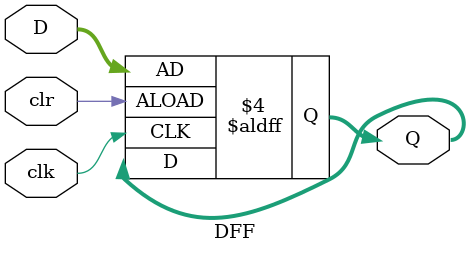
<source format=v>
`timescale 1ns / 1ps
module DFF(D,clk,clr,Q);
  input [127:0] D;
  input clk,clr;
  output reg [127:0] Q=0;
  
  always @(posedge clk, negedge clr)
    begin
      if(~clr)
        Q=D;
    end
endmodule

</source>
